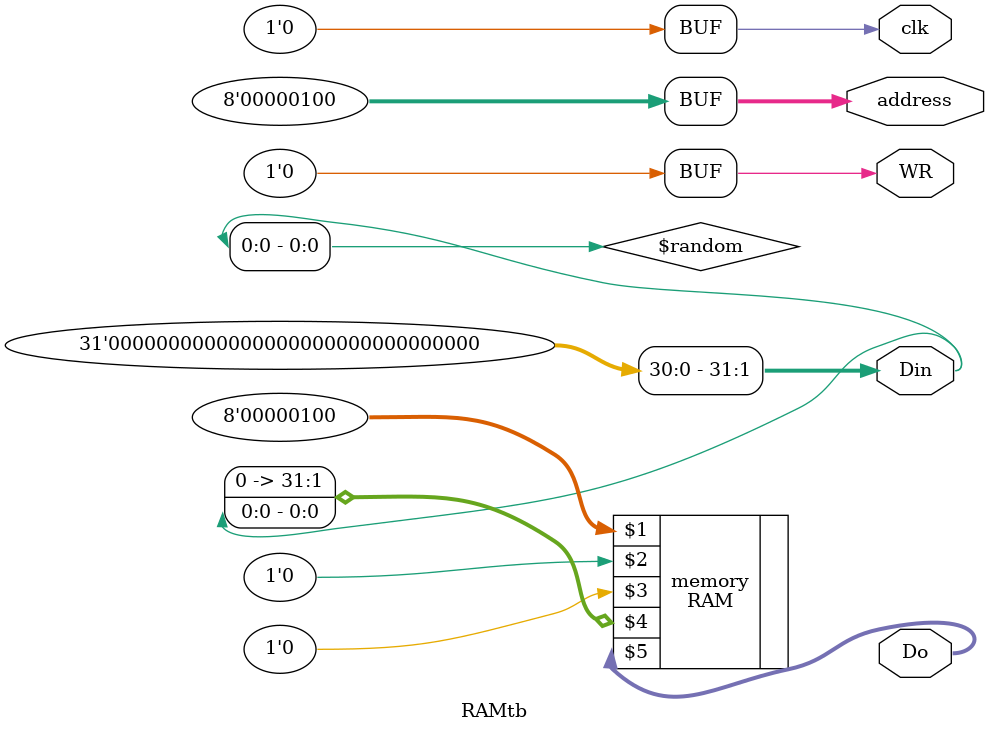
<source format=v>
module RAMtb (address, WR, clk, Din, Do);

	output reg [7:0] address;
	output reg WR, clk;
	output reg [31:0] Din;
	output wire[31:0] Do;
	
	RAM memory(address, WR, clk, Din, Do);
	
	initial begin
	WR <= 1;
	address <= 8'd0;
	Din <= $random;
	clk <= 0;
	#5
	clk <= 1;
	#5
	clk <= 0;
	#5
	address <= 8'd4;
	Din <= $random;
	clk <= 1;
	#5
	clk <= 0;
	#5
	WR <= 0;
	#5
	address <= 8'd0;
	clk <= 1;
	#5
	clk <= 0;
	#5
	address <= 8'd4;
	clk <= 1;
	#5
	clk <= 0;
	end

endmodule

</source>
